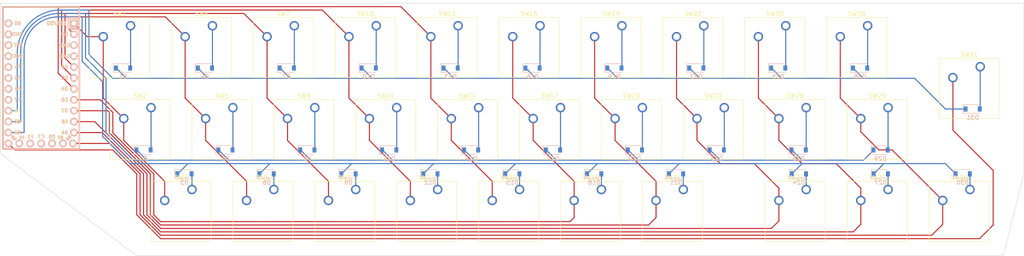
<source format=kicad_pcb>
(kicad_pcb (version 20211014) (generator pcbnew)
  (layers (0 "F.Cu" signal) (31 "B.Cu" signal) (34 "B.Paste" user) (35 "F.Paste" user) (36 "B.SilkS" user "B.Silkscreen") (37 "F.SilkS" user "F.Silkscreen") (38 "B.Mask" user) (39 "F.Mask" user) (44 "Edge.Cuts" user))
  (net 0 "")
  (net 1 "R2")
  (net 2 "Net-(D1-Pad2)")
  (net 3 "R1")
  (net 4 "Net-(D2-Pad2)")
  (net 5 "R0")
  (net 6 "Net-(D3-Pad2)")
  (net 7 "Net-(D4-Pad2)")
  (net 8 "Net-(D5-Pad2)")
  (net 9 "Net-(D6-Pad2)")
  (net 10 "Net-(D7-Pad2)")
  (net 11 "Net-(D8-Pad2)")
  (net 12 "Net-(D9-Pad2)")
  (net 13 "Net-(D10-Pad2)")
  (net 14 "Net-(D11-Pad2)")
  (net 15 "Net-(D12-Pad2)")
  (net 16 "Net-(D13-Pad2)")
  (net 17 "Net-(D14-Pad2)")
  (net 18 "Net-(D15-Pad2)")
  (net 19 "Net-(D16-Pad2)")
  (net 20 "Net-(D17-Pad2)")
  (net 21 "Net-(D18-Pad2)")
  (net 22 "Net-(D19-Pad2)")
  (net 23 "Net-(D20-Pad2)")
  (net 24 "Net-(D21-Pad2)")
  (net 25 "Net-(D22-Pad2)")
  (net 26 "Net-(D23-Pad2)")
  (net 27 "Net-(D24-Pad2)")
  (net 28 "Net-(D25-Pad2)")
  (net 29 "Net-(D26-Pad2)")
  (net 30 "Net-(D27-Pad2)")
  (net 31 "Net-(D28-Pad2)")
  (net 32 "Net-(D29-Pad2)")
  (net 33 "Net-(D30-Pad2)")
  (net 34 "Net-(D31-Pad2)")
  (net 35 "C0")
  (net 36 "C1")
  (net 37 "C2")
  (net 38 "C3")
  (net 39 "C4")
  (net 40 "C5")
  (net 41 "C6")
  (net 42 "C7")
  (net 43 "C8")
  (net 44 "C9")
  (net 45 "C10")
  (footprint "Button_Switch_Keyboard:SW_Cherry_MX_1.00u_PCB" (layer "F.Cu") (at 226.3775 64.77)
    (fp_text reference "SW27")
    (fp_text value "SW_Push")
  )
  (footprint "Button_Switch_Keyboard:SW_Cherry_MX_1.00u_PCB" (layer "F.Cu") (at 54.9275 45.72)
    (fp_text reference "SW2")
    (fp_text value "SW_Push")
  )
  (footprint "Button_Switch_Keyboard:SW_Cherry_MX_1.00u_PCB" (layer "F.Cu") (at 159.7025 64.77)
    (fp_text reference "SW18")
    (fp_text value "SW_Push")
  )
  (footprint "Button_Switch_Keyboard:SW_Cherry_MX_1.00u_PCB" (layer "F.Cu") (at 73.9775 45.72)
    (fp_text reference "SW5")
    (fp_text value "SW_Push")
  )
  (footprint "Button_Switch_Keyboard:SW_Cherry_MX_1.00u_PCB" (layer "F.Cu") (at 202.565 26.67)
    (fp_text reference "SW25")
    (fp_text value "SW_Push")
  )
  (footprint "Button_Switch_Keyboard:SW_Cherry_MX_1.00u_PCB" (layer "F.Cu") (at 131.1275 45.72)
    (fp_text reference "SW14")
    (fp_text value "SW_Push")
  )
  (footprint "Button_Switch_Keyboard:SW_Cherry_MX_1.00u_PCB" (layer "F.Cu") (at 88.265 26.67)
    (fp_text reference "SW7")
    (fp_text value "SW_Push")
  )
  (footprint "Button_Switch_Keyboard:SW_Cherry_MX_1.00u_PCB" (layer "F.Cu") (at 64.4525 64.77)
    (fp_text reference "SW3")
    (fp_text value "SW_Push")
  )
  (footprint "Button_Switch_Keyboard:SW_Cherry_MX_1.00u_PCB" (layer "F.Cu") (at 140.6525 64.77)
    (fp_text reference "SW15")
    (fp_text value "SW_Push")
  )
  (footprint "Button_Switch_Keyboard:SW_Cherry_MX_1.00u_PCB" (layer "F.Cu") (at 183.515 26.67)
    (fp_text reference "SW22")
    (fp_text value "SW_Push")
  )
  (footprint "Button_Switch_Keyboard:SW_Cherry_MX_1.00u_PCB" (layer "F.Cu") (at 207.3275 64.77)
    (fp_text reference "SW24")
    (fp_text value "SW_Push")
  )
  (footprint "Button_Switch_Keyboard:SW_Cherry_MX_1.00u_PCB" (layer "F.Cu") (at 178.7525 64.77)
    (fp_text reference "SW21")
    (fp_text value "SW_Push")
  )
  (footprint "Button_Switch_Keyboard:SW_Cherry_MX_1.00u_PCB" (layer "F.Cu") (at 102.5525 64.77)
    (fp_text reference "SW9")
    (fp_text value "SW_Push")
  )
  (footprint "Button_Switch_Keyboard:SW_Cherry_MX_1.00u_PCB" (layer "F.Cu") (at 50.165 26.67)
    (fp_text reference "SW1")
    (fp_text value "SW_Push")
  )
  (footprint "Button_Switch_Keyboard:SW_Cherry_MX_1.00u_PCB" (layer "F.Cu") (at 221.615 26.67)
    (fp_text reference "SW28")
    (fp_text value "SW_Push")
  )
  (footprint "Button_Switch_Keyboard:SW_Cherry_MX_1.00u_PCB" (layer "F.Cu") (at 245.4275 64.77)
    (fp_text reference "SW30")
    (fp_text value "SW_Push")
  )
  (footprint "Button_Switch_Keyboard:SW_Cherry_MX_1.00u_PCB" (layer "F.Cu") (at 83.5025 64.77)
    (fp_text reference "SW6")
    (fp_text value "SW_Push")
  )
  (footprint "Button_Switch_Keyboard:SW_Cherry_MX_1.00u_PCB" (layer "F.Cu") (at 164.465 26.67)
    (fp_text reference "SW19")
    (fp_text value "SW_Push")
  )
  (footprint "Button_Switch_Keyboard:SW_Cherry_MX_1.00u_PCB" (layer "F.Cu") (at 93.0275 45.72)
    (fp_text reference "SW8")
    (fp_text value "SW_Push")
  )
  (footprint "Button_Switch_Keyboard:SW_Cherry_MX_1.00u_PCB" (layer "F.Cu") (at 188.2775 45.72)
    (fp_text reference "SW23")
    (fp_text value "SW_Push")
  )
  (footprint "Button_Switch_Keyboard:SW_Cherry_MX_1.00u_PCB" (layer "F.Cu") (at 145.415 26.67)
    (fp_text reference "SW16")
    (fp_text value "SW_Push")
  )
  (footprint "Button_Switch_Keyboard:SW_Cherry_MX_1.00u_PCB" (layer "F.Cu") (at 169.2275 45.72)
    (fp_text reference "SW20")
    (fp_text value "SW_Push")
  )
  (footprint "Button_Switch_Keyboard:SW_Cherry_MX_1.00u_PCB" (layer "F.Cu") (at 207.3275 45.72)
    (fp_text reference "SW26")
    (fp_text value "SW_Push")
  )
  (footprint "Button_Switch_Keyboard:SW_Cherry_MX_1.00u_PCB" (layer "F.Cu") (at 126.365 26.67)
    (fp_text reference "SW13")
    (fp_text value "SW_Push")
  )
  (footprint "Button_Switch_Keyboard:SW_Cherry_MX_1.00u_PCB" (layer "F.Cu") (at 226.3775 45.72)
    (fp_text reference "SW29")
    (fp_text value "SW_Push")
  )
  (footprint "Button_Switch_Keyboard:SW_Cherry_MX_ISOEnter_PCB" (layer "F.Cu") (at 247.80875 36.195)
    (fp_text reference "SW31")
    (fp_text value "SW_Push")
  )
  (footprint "Button_Switch_Keyboard:SW_Cherry_MX_1.00u_PCB" (layer "F.Cu") (at 112.0775 45.72)
    (fp_text reference "SW11")
    (fp_text value "SW_Push")
  )
  (footprint "Button_Switch_Keyboard:SW_Cherry_MX_1.00u_PCB" (layer "F.Cu") (at 69.215 26.67)
    (fp_text reference "SW4")
    (fp_text value "SW_Push")
  )
  (footprint "Button_Switch_Keyboard:SW_Cherry_MX_1.00u_PCB" (layer "F.Cu") (at 107.315 26.67)
    (fp_text reference "SW10")
    (fp_text value "SW_Push")
  )
  (footprint "Button_Switch_Keyboard:SW_Cherry_MX_1.00u_PCB" (layer "F.Cu") (at 121.6025 64.77)
    (fp_text reference "SW12")
    (fp_text value "SW_Push")
  )
  (footprint "Button_Switch_Keyboard:SW_Cherry_MX_1.00u_PCB" (layer "F.Cu") (at 150.1775 45.72)
    (fp_text reference "SW17")
    (fp_text value "SW_Push")
  )
  (footprint "Diode_SMD:D_SOD-123" (layer "B.Cu") (at 67.46875 36.5125)
    (fp_text reference "D4")
    (fp_text value "D_Small")
  )
  (footprint "Diode_SMD:D_SOD-123" (layer "B.Cu") (at 219.86875 36.5125)
    (fp_text reference "D28")
    (fp_text value "D_Small")
  )
  (footprint "Diode_SMD:D_SOD-123" (layer "B.Cu") (at 105.56875 36.5125)
    (fp_text reference "D10")
    (fp_text value "D_Small")
  )
  (footprint "Diode_SMD:D_SOD-123" (layer "B.Cu") (at 138.96875 61.11875)
    (fp_text reference "D15")
    (fp_text value "D_Small")
  )
  (footprint "Diode_SMD:D_SOD-123" (layer "B.Cu") (at 181.76875 36.5125)
    (fp_text reference "D22")
    (fp_text value "D_Small")
  )
  (footprint "Diode_SMD:D_SOD-123" (layer "B.Cu") (at 110.33125 55.5625)
    (fp_text reference "D11")
    (fp_text value "D_Small")
  )
  (footprint "Diode_SMD:D_SOD-123" (layer "B.Cu") (at 124.61875 36.5125)
    (fp_text reference "D13")
    (fp_text value "D_Small")
  )
  (footprint "Diode_SMD:D_SOD-123" (layer "B.Cu") (at 205.64375 61.11875)
    (fp_text reference "D24")
    (fp_text value "D_Small")
  )
  (footprint "Diode_SMD:D_SOD-123" (layer "B.Cu") (at 200.81875 36.5125)
    (fp_text reference "D25")
    (fp_text value "D_Small")
  )
  (footprint "Keebio-Parts:Elite-C" (layer "B.Cu") (at 29.36875 40.08675 -90)
    (fp_text reference "U1" hide)
    (fp_text value "Elite-C" hide)
  )
  (footprint "Diode_SMD:D_SOD-123" (layer "B.Cu") (at 48.41875 36.5125)
    (fp_text reference "D1")
    (fp_text value "D_Small")
  )
  (footprint "Diode_SMD:D_SOD-123" (layer "B.Cu") (at 62.70625 61.11875)
    (fp_text reference "D3")
    (fp_text value "D_Small")
  )
  (footprint "Diode_SMD:D_SOD-123" (layer "B.Cu") (at 81.81875 61.11875)
    (fp_text reference "D6")
    (fp_text value "D_Small")
  )
  (footprint "Diode_SMD:D_SOD-123" (layer "B.Cu") (at 186.53125 55.5625)
    (fp_text reference "D23")
    (fp_text value "D_Small")
  )
  (footprint "Diode_SMD:D_SOD-123" (layer "B.Cu") (at 162.71875 36.5125)
    (fp_text reference "D19")
    (fp_text value "D_Small")
  )
  (footprint "Diode_SMD:D_SOD-123" (layer "B.Cu") (at 205.58125 55.5625)
    (fp_text reference "D26")
    (fp_text value "D_Small")
  )
  (footprint "Diode_SMD:D_SOD-123" (layer "B.Cu") (at 86.51875 36.5125)
    (fp_text reference "D7")
    (fp_text value "D_Small")
  )
  (footprint "Diode_SMD:D_SOD-123" (layer "B.Cu") (at 224.63125 55.5625)
    (fp_text reference "D29")
    (fp_text value "D_Small")
  )
  (footprint "Diode_SMD:D_SOD-123" (layer "B.Cu") (at 158.01875 61.11875)
    (fp_text reference "D18")
    (fp_text value "D_Small")
  )
  (footprint "Diode_SMD:D_SOD-123" (layer "B.Cu") (at 177.06875 61.11875)
    (fp_text reference "D21")
    (fp_text value "D_Small")
  )
  (footprint "Diode_SMD:D_SOD-123" (layer "B.Cu") (at 100.86875 61.11875)
    (fp_text reference "D9")
    (fp_text value "D_Small")
  )
  (footprint "Diode_SMD:D_SOD-123" (layer "B.Cu") (at 243.74375 61.11875)
    (fp_text reference "D30")
    (fp_text value "D_Small")
  )
  (footprint "Diode_SMD:D_SOD-123" (layer "B.Cu") (at 119.91875 61.11875)
    (fp_text reference "D12")
    (fp_text value "D_Small")
  )
  (footprint "Diode_SMD:D_SOD-123" (layer "B.Cu") (at 148.43125 55.5625)
    (fp_text reference "D17")
    (fp_text value "D_Small")
  )
  (footprint "Diode_SMD:D_SOD-123" (layer "B.Cu") (at 53.18125 55.5625)
    (fp_text reference "D2")
    (fp_text value "D_Small")
  )
  (footprint "Diode_SMD:D_SOD-123" (layer "B.Cu") (at 91.28125 55.5625)
    (fp_text reference "D8")
    (fp_text value "D_Small")
  )
  (footprint "Diode_SMD:D_SOD-123" (layer "B.Cu") (at 246.0625 46.0375)
    (fp_text reference "D31")
    (fp_text value "D_Small")
  )
  (footprint "Diode_SMD:D_SOD-123" (layer "B.Cu") (at 167.48125 55.5625)
    (fp_text reference "D20")
    (fp_text value "D_Small")
  )
  (footprint "Diode_SMD:D_SOD-123" (layer "B.Cu") (at 224.69375 61.11875)
    (fp_text reference "D27")
    (fp_text value "D_Small")
  )
  (footprint "Diode_SMD:D_SOD-123" (layer "B.Cu") (at 143.66875 36.5125)
    (fp_text reference "D16")
    (fp_text value "D_Small")
  )
  (footprint "Diode_SMD:D_SOD-123" (layer "B.Cu") (at 129.38125 55.5625)
    (fp_text reference "D14")
    (fp_text value "D_Small")
  )
  (footprint "Diode_SMD:D_SOD-123" (layer "B.Cu") (at 72.23125 55.5625)
    (fp_text reference "D5")
    (fp_text value "D_Small")
  )
  (gr_line (start 19.84375 56.35625) (end 51.59375 80.16875) (layer "Edge.Cuts") (width 0.1))
  (gr_line (start 51.59375 80.16875) (end 253.20625 80.16875) (layer "Edge.Cuts") (width 0.1))
  (gr_line (start 257.96875 21.43125) (end 19.84375 21.43125) (layer "Edge.Cuts") (width 0.1))
  (gr_line (start 257.96875 61.11875) (end 257.96875 21.43125) (layer "Edge.Cuts") (width 0.1))
  (gr_line (start 257.96875 61.11875) (end 253.20625 80.16875) (layer "Edge.Cuts") (width 0.1))
  (gr_line (start 19.84375 21.43125) (end 19.84375 56.35625) (layer "Edge.Cuts") (width 0.1))
  (segment (start 43.65625 52.3875) (end 43.65625 51.59375) (width 0.25) (layer "B.Cu") (net 1))
  (segment (start 43.65625 51.59375) (end 43.65625 39.6875) (width 0.25) (layer "B.Cu") (net 1))
  (segment (start 63.5 58.7375) (end 50.00625 58.7375) (width 0.25) (layer "B.Cu") (net 1))
  (segment (start 223.04375 61.11875) (end 225.425 58.7375) (width 0.25) (layer "B.Cu") (net 1))
  (segment (start 239.7125 58.7375) (end 242.09375 61.11875) (width 0.25) (layer "B.Cu") (net 1))
  (segment (start 21.74875 51.51675) (end 25.4 51.51675) (width 0.25) (layer "B.Cu") (net 1))
  (segment (start 43.65625 39.6875) (end 38.89375 34.925) (width 0.25) (layer "B.Cu") (net 1))
  (segment (start 156.36875 61.11875) (end 158.75 58.7375) (width 0.25) (layer "B.Cu") (net 1))
  (segment (start 50.00625 58.7375) (end 43.65625 52.3875) (width 0.25) (layer "B.Cu") (net 1))
  (segment (start 203.99375 61.11875) (end 206.375 58.7375) (width 0.25) (layer "B.Cu") (net 1))
  (segment (start 137.31875 61.11875) (end 139.7 58.7375) (width 0.25) (layer "B.Cu") (net 1))
  (segment (start 38.89375 24.60625) (end 33.4 24.60625) (width 0.25) (layer "B.Cu") (net 1))
  (segment (start 101.6 58.7375) (end 120.65 58.7375) (width 0.25) (layer "B.Cu") (net 1))
  (segment (start 25.4 51.51675) (end 25.4 32.54375) (width 0.25) (layer "B.Cu") (net 1))
  (segment (start 61.05625 61.11875) (end 61.11875 61.11875) (width 0.25) (layer "B.Cu") (net 1))
  (segment (start 61.11875 61.11875) (end 63.5 58.7375) (width 0.25) (layer "B.Cu") (net 1))
  (segment (start 158.75 58.7375) (end 177.8 58.7375) (width 0.25) (layer "B.Cu") (net 1))
  (segment (start 225.425 58.7375) (end 239.7125 58.7375) (width 0.25) (layer "B.Cu") (net 1))
  (segment (start 38.89375 34.925) (end 38.89375 24.60625) (width 0.25) (layer "B.Cu") (net 1))
  (segment (start 120.65 58.7375) (end 158.75 58.7375) (width 0.25) (layer "B.Cu") (net 1))
  (segment (start 175.41875 61.11875) (end 177.8 58.7375) (width 0.25) (layer "B.Cu") (net 1))
  (segment (start 80.16875 61.11875) (end 82.55 58.7375) (width 0.25) (layer "B.Cu") (net 1))
  (segment (start 63.5 58.7375) (end 101.6 58.7375) (width 0.25) (layer "B.Cu") (net 1))
  (segment (start 118.26875 61.11875) (end 120.65 58.7375) (width 0.25) (layer "B.Cu") (net 1))
  (segment (start 99.21875 61.11875) (end 101.6 58.7375) (width 0.25) (layer "B.Cu") (net 1))
  (segment (start 206.375 58.7375) (end 225.425 58.7375) (width 0.25) (layer "B.Cu") (net 1))
  (segment (start 177.8 58.7375) (end 206.375 58.7375) (width 0.25) (layer "B.Cu") (net 1))
  (arc (start 33.4 24.60625) (mid 27.743146 26.949396) (end 25.4 32.60625) (width 0.25) (layer "B.Cu") (net 1))
  (segment (start 50.165 36.41625) (end 50.06875 36.5125) (width 0.25) (layer "B.Cu") (net 2))
  (segment (start 50.165 26.67) (end 50.165 36.41625) (width 0.25) (layer "B.Cu") (net 2))
  (segment (start 44.45 51.59375) (end 44.45 38.89375) (width 0.25) (layer "B.Cu") (net 3))
  (segment (start 44.45 38.89375) (end 39.6875 34.13125) (width 0.25) (layer "B.Cu") (net 3))
  (segment (start 24.60625 48.97675) (end 24.60625 32.8125) (width 0.25) (layer "B.Cu") (net 3))
  (segment (start 187.325 57.94375) (end 206.375 57.94375) (width 0.25) (layer "B.Cu") (net 3))
  (segment (start 165.89375 55.5625) (end 168.275 57.94375) (width 0.25) (layer "B.Cu") (net 3))
  (segment (start 130.175 57.94375) (end 149.225 57.94375) (width 0.25) (layer "B.Cu") (net 3))
  (segment (start 73.025 57.94375) (end 92.075 57.94375) (width 0.25) (layer "B.Cu") (net 3))
  (segment (start 146.84375 55.5625) (end 149.225 57.94375) (width 0.25) (layer "B.Cu") (net 3))
  (segment (start 108.74375 55.5625) (end 111.125 57.94375) (width 0.25) (layer "B.Cu") (net 3))
  (segment (start 21.74875 48.97675) (end 24.60625 48.97675) (width 0.25) (layer "B.Cu") (net 3))
  (segment (start 203.93125 55.5625) (end 203.99375 55.5625) (width 0.25) (layer "B.Cu") (net 3))
  (segment (start 184.88125 55.5625) (end 184.94375 55.5625) (width 0.25) (layer "B.Cu") (net 3))
  (segment (start 53.975 57.94375) (end 73.025 57.94375) (width 0.25) (layer "B.Cu") (net 3))
  (segment (start 51.59375 55.5625) (end 53.975 57.94375) (width 0.25) (layer "B.Cu") (net 3))
  (segment (start 50.8 57.94375) (end 53.975 57.94375) (width 0.25) (layer "B.Cu") (net 3))
  (segment (start 220.6625 57.94375) (end 222.98125 55.625) (width 0.25) (layer "B.Cu") (net 3))
  (segment (start 51.53125 55.5625) (end 51.59375 55.5625) (width 0.25) (layer "B.Cu") (net 3))
  (segment (start 89.63125 55.5625) (end 89.69375 55.5625) (width 0.25) (layer "B.Cu") (net 3))
  (segment (start 33.60625 23.8125) (end 39.6875 23.8125) (width 0.25) (layer "B.Cu") (net 3))
  (segment (start 92.075 57.94375) (end 111.125 57.94375) (width 0.25) (layer "B.Cu") (net 3))
  (segment (start 45.24375 52.3875) (end 44.45 51.59375) (width 0.25) (layer "B.Cu") (net 3))
  (segment (start 222.98125 55.625) (end 222.98125 55.5625) (width 0.25) (layer "B.Cu") (net 3))
  (segment (start 45.24375 52.3875) (end 50.8 57.94375) (width 0.25) (layer "B.Cu") (net 3))
  (segment (start 70.64375 55.5625) (end 73.025 57.94375) (width 0.25) (layer "B.Cu") (net 3))
  (segment (start 89.69375 55.5625) (end 92.075 57.94375) (width 0.25) (layer "B.Cu") (net 3))
  (segment (start 165.83125 55.5625) (end 165.89375 55.5625) (width 0.25) (layer "B.Cu") (net 3))
  (segment (start 127.79375 55.5625) (end 130.175 57.94375) (width 0.25) (layer "B.Cu") (net 3))
  (segment (start 70.58125 55.5625) (end 70.64375 55.5625) (width 0.25) (layer "B.Cu") (net 3))
  (segment (start 39.6875 23.8125) (end 39.6875 34.13125) (width 0.25) (layer "B.Cu") (net 3))
  (segment (start 168.275 57.94375) (end 187.325 57.94375) (width 0.25) (layer "B.Cu") (net 3))
  (segment (start 111.125 57.94375) (end 130.175 57.94375) (width 0.25) (layer "B.Cu") (net 3))
  (segment (start 184.94375 55.5625) (end 187.325 57.94375) (width 0.25) (layer "B.Cu") (net 3))
  (segment (start 127.73125 55.5625) (end 127.79375 55.5625) (width 0.25) (layer "B.Cu") (net 3))
  (segment (start 149.225 57.94375) (end 168.275 57.94375) (width 0.25) (layer "B.Cu") (net 3))
  (segment (start 146.78125 55.5625) (end 146.84375 55.5625) (width 0.25) (layer "B.Cu") (net 3))
  (segment (start 206.375 57.94375) (end 220.6625 57.94375) (width 0.25) (layer "B.Cu") (net 3))
  (segment (start 203.99375 55.5625) (end 206.375 57.94375) (width 0.25) (layer "B.Cu") (net 3))
  (segment (start 108.68125 55.5625) (end 108.74375 55.5625) (width 0.25) (layer "B.Cu") (net 3))
  (arc (start 24.60625 32.8125) (mid 27.242289 26.448539) (end 33.60625 23.8125) (width 0.25) (layer "B.Cu") (net 3))
  (segment (start 54.9275 55.46625) (end 54.83125 55.5625) (width 0.25) (layer "B.Cu") (net 4))
  (segment (start 54.9275 45.72) (end 54.9275 55.46625) (width 0.25) (layer "B.Cu") (net 4))
  (segment (start 87.3125 38.89375) (end 106.3625 38.89375) (width 0.25) (layer "B.Cu") (net 5))
  (segment (start 103.91875 36.5125) (end 103.98125 36.5125) (width 0.25) (layer "B.Cu") (net 5))
  (segment (start 68.2625 38.89375) (end 87.3125 38.89375) (width 0.25) (layer "B.Cu") (net 5))
  (segment (start 142.08125 36.5125) (end 144.4625 38.89375) (width 0.25) (layer "B.Cu") (net 5))
  (segment (start 46.0375 38.89375) (end 40.48125 33.3375) (width 0.25) (layer "B.Cu") (net 5))
  (segment (start 161.13125 36.5125) (end 163.5125 38.89375) (width 0.25) (layer "B.Cu") (net 5))
  (segment (start 220.6625 38.89375) (end 232.56875 38.89375) (width 0.25) (layer "B.Cu") (net 5))
  (segment (start 46.76875 36.5125) (end 46.83125 36.5125) (width 0.25) (layer "B.Cu") (net 5))
  (segment (start 199.23125 36.5125) (end 201.6125 38.89375) (width 0.25) (layer "B.Cu") (net 5))
  (segment (start 84.93125 36.5125) (end 87.3125 38.89375) (width 0.25) (layer "B.Cu") (net 5))
  (segment (start 40.48125 33.3375) (end 40.48125 23.01875) (width 0.25) (layer "B.Cu") (net 5))
  (segment (start 106.3625 38.89375) (end 201.6125 38.89375) (width 0.25) (layer "B.Cu") (net 5))
  (segment (start 65.81875 36.5125) (end 68.2 38.89375) (width 0.25) (layer "B.Cu") (net 5))
  (segment (start 23.8125 33.01875) (end 23.8125 46.43675) (width 0.25) (layer "B.Cu") (net 5))
  (segment (start 232.56875 38.89375) (end 239.7125 46.0375) (width 0.25) (layer "B.Cu") (net 5))
  (segment (start 142.01875 36.5125) (end 142.08125 36.5125) (width 0.25) (layer "B.Cu") (net 5))
  (segment (start 103.98125 36.5125) (end 106.3625 38.89375) (width 0.25) (layer "B.Cu") (net 5))
  (segment (start 180.18125 36.5125) (end 182.5625 38.89375) (width 0.25) (layer "B.Cu") (net 5))
  (segment (start 49.2125 38.89375) (end 68.2625 38.89375) (width 0.25) (layer "B.Cu") (net 5))
  (segment (start 84.86875 36.5125) (end 84.93125 36.5125) (width 0.25) (layer "B.Cu") (net 5))
  (segment (start 220.6 38.89375) (end 220.6625 38.89375) (width 0.25) (layer "B.Cu") (net 5))
  (segment (start 123.03125 36.5125) (end 125.4125 38.89375) (width 0.25) (layer "B.Cu") (net 5))
  (segment (start 180.11875 36.5125) (end 180.18125 36.5125) (width 0.25) (layer "B.Cu") (net 5))
  (segment (start 49.2125 38.89375) (end 46.0375 38.89375) (width 0.25) (layer "B.Cu") (net 5))
  (segment (start 199.16875 36.5125) (end 199.23125 36.5125) (width 0.25) (layer "B.Cu") (net 5))
  (segment (start 40.48125 23.01875) (end 33.8125 23.01875) (width 0.25) (layer "B.Cu") (net 5))
  (segment (start 68.2 38.89375) (end 68.2625 38.89375) (width 0.25) (layer "B.Cu") (net 5))
  (segment (start 122.96875 36.5125) (end 123.03125 36.5125) (width 0.25) (layer "B.Cu") (net 5))
  (segment (start 161.06875 36.5125) (end 161.13125 36.5125) (width 0.25) (layer "B.Cu") (net 5))
  (segment (start 23.8125 46.43675) (end 21.74875 46.43675) (width 0.25) (layer "B.Cu") (net 5))
  (segment (start 201.6125 38.89375) (end 220.6625 38.89375) (width 0.25) (layer "B.Cu") (net 5))
  (segment (start 46.83125 36.5125) (end 49.2125 38.89375) (width 0.25) (layer "B.Cu") (net 5))
  (segment (start 218.21875 36.5125) (end 220.6 38.89375) (width 0.25) (layer "B.Cu") (net 5))
  (segment (start 239.7125 46.0375) (end 244.4125 46.0375) (width 0.25) (layer "B.Cu") (net 5))
  (arc (start 33.8125 23.01875) (mid 26.741432 25.947682) (end 23.8125 33.01875) (width 0.25) (layer "B.Cu") (net 5))
  (segment (start 64.4525 64.77) (end 64.4525 61.215) (width 0.25) (layer "B.Cu") (net 6))
  (segment (start 64.4525 61.215) (end 64.35625 61.11875) (width 0.25) (layer "B.Cu") (net 6))
  (segment (start 69.215 36.41625) (end 69.11875 36.5125) (width 0.25) (layer "B.Cu") (net 7))
  (segment (start 69.215 26.67) (end 69.215 36.41625) (width 0.25) (layer "B.Cu") (net 7))
  (segment (start 73.9775 55.46625) (end 73.88125 55.5625) (width 0.25) (layer "B.Cu") (net 8))
  (segment (start 73.9775 45.72) (end 73.9775 55.46625) (width 0.25) (layer "B.Cu") (net 8))
  (segment (start 83.5025 64.77) (end 83.5025 61.1525) (width 0.25) (layer "B.Cu") (net 9))
  (segment (start 83.5025 61.1525) (end 83.46875 61.11875) (width 0.25) (layer "B.Cu") (net 9))
  (segment (start 88.265 26.67) (end 88.265 36.41625) (width 0.25) (layer "B.Cu") (net 10))
  (segment (start 88.265 36.41625) (end 88.16875 36.5125) (width 0.25) (layer "B.Cu") (net 10))
  (segment (start 93.0275 55.46625) (end 92.93125 55.5625) (width 0.25) (layer "B.Cu") (net 11))
  (segment (start 93.0275 45.72) (end 93.0275 55.46625) (width 0.25) (layer "B.Cu") (net 11))
  (segment (start 102.5525 64.77) (end 102.5525 61.1525) (width 0.25) (layer "B.Cu") (net 12))
  (segment (start 102.5525 61.1525) (end 102.51875 61.11875) (width 0.25) (layer "B.Cu") (net 12))
  (segment (start 107.315 36.41625) (end 107.21875 36.5125) (width 0.25) (layer "B.Cu") (net 13))
  (segment (start 107.315 26.67) (end 107.315 36.41625) (width 0.25) (layer "B.Cu") (net 13))
  (segment (start 112.0775 45.72) (end 112.0775 55.46625) (width 0.25) (layer "B.Cu") (net 14))
  (segment (start 112.0775 55.46625) (end 111.98125 55.5625) (width 0.25) (layer "B.Cu") (net 14))
  (segment (start 121.6025 61.1525) (end 121.56875 61.11875) (width 0.25) (layer "B.Cu") (net 15))
  (segment (start 121.6025 64.77) (end 121.6025 61.1525) (width 0.25) (layer "B.Cu") (net 15))
  (segment (start 126.365 36.41625) (end 126.26875 36.5125) (width 0.25) (layer "B.Cu") (net 16))
  (segment (start 126.365 26.67) (end 126.365 36.41625) (width 0.25) (layer "B.Cu") (net 16))
  (segment (start 131.1275 45.72) (end 131.1275 55.46625) (width 0.25) (layer "B.Cu") (net 17))
  (segment (start 131.1275 55.46625) (end 131.03125 55.5625) (width 0.25) (layer "B.Cu") (net 17))
  (segment (start 140.6525 61.1525) (end 140.61875 61.11875) (width 0.25) (layer "B.Cu") (net 18))
  (segment (start 140.6525 64.77) (end 140.6525 61.1525) (width 0.25) (layer "B.Cu") (net 18))
  (segment (start 145.415 26.67) (end 145.415 36.41625) (width 0.25) (layer "B.Cu") (net 19))
  (segment (start 145.415 36.41625) (end 145.31875 36.5125) (width 0.25) (layer "B.Cu") (net 19))
  (segment (start 150.1775 45.72) (end 150.1775 55.46625) (width 0.25) (layer "B.Cu") (net 20))
  (segment (start 150.1775 55.46625) (end 150.08125 55.5625) (width 0.25) (layer "B.Cu") (net 20))
  (segment (start 159.7025 61.1525) (end 159.66875 61.11875) (width 0.25) (layer "B.Cu") (net 21))
  (segment (start 159.7025 64.77) (end 159.7025 61.1525) (width 0.25) (layer "B.Cu") (net 21))
  (segment (start 164.465 26.67) (end 164.465 36.41625) (width 0.25) (layer "B.Cu") (net 22))
  (segment (start 164.465 36.41625) (end 164.36875 36.5125) (width 0.25) (layer "B.Cu") (net 22))
  (segment (start 169.2275 55.46625) (end 169.13125 55.5625) (width 0.25) (layer "B.Cu") (net 23))
  (segment (start 169.2275 45.72) (end 169.2275 55.46625) (width 0.25) (layer "B.Cu") (net 23))
  (segment (start 178.7525 64.77) (end 178.7525 61.1525) (width 0.25) (layer "B.Cu") (net 24))
  (segment (start 178.7525 61.1525) (end 178.71875 61.11875) (width 0.25) (layer "B.Cu") (net 24))
  (segment (start 183.515 36.41625) (end 183.41875 36.5125) (width 0.25) (layer "B.Cu") (net 25))
  (segment (start 183.515 26.67) (end 183.515 36.41625) (width 0.25) (layer "B.Cu") (net 25))
  (segment (start 188.2775 45.72) (end 188.2775 55.46625) (width 0.25) (layer "B.Cu") (net 26))
  (segment (start 188.2775 55.46625) (end 188.18125 55.5625) (width 0.25) (layer "B.Cu") (net 26))
  (segment (start 207.3275 61.1525) (end 207.29375 61.11875) (width 0.25) (layer "B.Cu") (net 27))
  (segment (start 207.3275 64.77) (end 207.3275 61.1525) (width 0.25) (layer "B.Cu") (net 27))
  (segment (start 202.565 36.41625) (end 202.46875 36.5125) (width 0.25) (layer "B.Cu") (net 28))
  (segment (start 202.565 26.67) (end 202.565 36.41625) (width 0.25) (layer "B.Cu") (net 28))
  (segment (start 207.3275 45.72) (end 207.3275 55.46625) (width 0.25) (layer "B.Cu") (net 29))
  (segment (start 207.3275 55.46625) (end 207.23125 55.5625) (width 0.25) (layer "B.Cu") (net 29))
  (segment (start 226.3775 61.1525) (end 226.34375 61.11875) (width 0.25) (layer "B.Cu") (net 30))
  (segment (start 226.3775 64.77) (end 226.3775 61.1525) (width 0.25) (layer "B.Cu") (net 30))
  (segment (start 221.615 36.41625) (end 221.51875 36.5125) (width 0.25) (layer "B.Cu") (net 31))
  (segment (start 221.615 26.67) (end 221.615 36.41625) (width 0.25) (layer "B.Cu") (net 31))
  (segment (start 226.3775 55.46625) (end 226.28125 55.5625) (width 0.25) (layer "B.Cu") (net 32))
  (segment (start 226.3775 45.72) (end 226.3775 55.46625) (width 0.25) (layer "B.Cu") (net 32))
  (segment (start 245.4275 61.1525) (end 245.39375 61.11875) (width 0.25) (layer "B.Cu") (net 33))
  (segment (start 245.4275 64.77) (end 245.4275 61.1525) (width 0.25) (layer "B.Cu") (net 33))
  (segment (start 247.80875 36.195) (end 247.80875 45.94125) (width 0.25) (layer "B.Cu") (net 34))
  (segment (start 247.80875 45.94125) (end 247.7125 46.0375) (width 0.25) (layer "B.Cu") (net 34))
  (segment (start 58.1025 62.865) (end 58.1025 67.31) (width 0.25) (layer "F.Cu") (net 35))
  (segment (start 43.815 29.21) (end 43.815 43.4975) (width 0.25) (layer "F.Cu") (net 35))
  (segment (start 48.5775 53.34) (end 58.1025 62.865) (width 0.25) (layer "F.Cu") (net 35))
  (segment (start 48.5775 48.26) (end 48.5775 53.34) (width 0.25) (layer "F.Cu") (net 35))
  (segment (start 43.815 29.21) (end 40.082 29.21) (width 0.25) (layer "F.Cu") (net 35))
  (segment (start 43.815 43.4975) (end 48.5775 48.26) (width 0.25) (layer "F.Cu") (net 35))
  (segment (start 40.082 29.21) (end 36.98875 26.11675) (width 0.25) (layer "F.Cu") (net 35))
  (segment (start 77.1525 62.865) (end 77.1525 67.31) (width 0.25) (layer "F.Cu") (net 36))
  (segment (start 62.865 29.21) (end 62.865 43.4975) (width 0.25) (layer "F.Cu") (net 36))
  (segment (start 35.71875 27.38675) (end 36.98875 28.65675) (width 0.25) (layer "F.Cu") (net 36))
  (segment (start 35.71875 24.60625) (end 35.71875 27.38675) (width 0.25) (layer "F.Cu") (net 36))
  (segment (start 67.6275 53.34) (end 77.1525 62.865) (width 0.25) (layer "F.Cu") (net 36))
  (segment (start 62.865 43.4975) (end 67.6275 48.26) (width 0.25) (layer "F.Cu") (net 36))
  (segment (start 67.6275 48.26) (end 67.6275 53.34) (width 0.25) (layer "F.Cu") (net 36))
  (segment (start 58.26125 24.60625) (end 35.71875 24.60625) (width 0.25) (layer "F.Cu") (net 36))
  (segment (start 62.865 29.21) (end 58.26125 24.60625) (width 0.25) (layer "F.Cu") (net 36))
  (segment (start 34.925 23.8125) (end 34.925 34.213) (width 0.25) (layer "F.Cu") (net 37))
  (segment (start 81.915 29.21) (end 76.5175 23.8125) (width 0.25) (layer "F.Cu") (net 37))
  (segment (start 34.925 34.213) (end 36.98875 36.27675) (width 0.25) (layer "F.Cu") (net 37))
  (segment (start 96.2025 62.865) (end 96.2025 67.31) (width 0.25) (layer "F.Cu") (net 37))
  (segment (start 81.915 43.4975) (end 86.6775 48.26) (width 0.25) (layer "F.Cu") (net 37))
  (segment (start 86.6775 48.26) (end 86.6775 53.34) (width 0.25) (layer "F.Cu") (net 37))
  (segment (start 76.5175 23.8125) (end 34.925 23.8125) (width 0.25) (layer "F.Cu") (net 37))
  (segment (start 81.915 29.21) (end 81.915 43.4975) (width 0.25) (layer "F.Cu") (net 37))
  (segment (start 86.6775 53.34) (end 96.2025 62.865) (width 0.25) (layer "F.Cu") (net 37))
  (segment (start 100.965 29.21) (end 94.77375 23.01875) (width 0.25) (layer "F.Cu") (net 38))
  (segment (start 34.13125 23.01875) (end 34.13125 35.95925) (width 0.25) (layer "F.Cu") (net 38))
  (segment (start 105.7275 53.34) (end 115.2525 62.865) (width 0.25) (layer "F.Cu") (net 38))
  (segment (start 34.13125 35.95925) (end 36.98875 38.81675) (width 0.25) (layer "F.Cu") (net 38))
  (segment (start 115.2525 62.865) (end 115.2525 67.31) (width 0.25) (layer "F.Cu") (net 38))
  (segment (start 94.77375 23.01875) (end 34.13125 23.01875) (width 0.25) (layer "F.Cu") (net 38))
  (segment (start 105.7275 48.26) (end 105.7275 53.34) (width 0.25) (layer "F.Cu") (net 38))
  (segment (start 100.965 43.4975) (end 105.7275 48.26) (width 0.25) (layer "F.Cu") (net 38))
  (segment (start 100.965 29.21) (end 100.965 43.4975) (width 0.25) (layer "F.Cu") (net 38))
  (segment (start 124.7775 48.26) (end 124.7775 53.34) (width 0.25) (layer "F.Cu") (net 39))
  (segment (start 120.015 29.21) (end 113.03 22.225) (width 0.25) (layer "F.Cu") (net 39))
  (segment (start 134.3025 62.865) (end 134.3025 67.31) (width 0.25) (layer "F.Cu") (net 39))
  (segment (start 33.3375 22.225) (end 33.3375 37.7055) (width 0.25) (layer "F.Cu") (net 39))
  (segment (start 120.015 29.21) (end 120.015 43.4975) (width 0.25) (layer "F.Cu") (net 39))
  (segment (start 33.3375 37.7055) (end 36.98875 41.35675) (width 0.25) (layer "F.Cu") (net 39))
  (segment (start 113.03 22.225) (end 33.3375 22.225) (width 0.25) (layer "F.Cu") (net 39))
  (segment (start 124.7775 53.34) (end 134.3025 62.865) (width 0.25) (layer "F.Cu") (net 39))
  (segment (start 120.015 43.4975) (end 124.7775 48.26) (width 0.25) (layer "F.Cu") (net 39))
  (segment (start 143.8275 48.26) (end 143.8275 53.34) (width 0.25) (layer "F.Cu") (net 40))
  (segment (start 57.15 72.23125) (end 55.5625 70.64375) (width 0.25) (layer "F.Cu") (net 40))
  (segment (start 139.065 29.21) (end 139.065 43.4975) (width 0.25) (layer "F.Cu") (net 40))
  (segment (start 153.3525 71.27875) (end 152.4 72.23125) (width 0.25) (layer "F.Cu") (net 40))
  (segment (start 153.3525 62.865) (end 153.3525 67.31) (width 0.25) (layer "F.Cu") (net 40))
  (segment (start 139.065 43.4975) (end 143.8275 48.26) (width 0.25) (layer "F.Cu") (net 40))
  (segment (start 153.3525 67.31) (end 153.3525 71.27875) (width 0.25) (layer "F.Cu") (net 40))
  (segment (start 143.8275 53.34) (end 153.3525 62.865) (width 0.25) (layer "F.Cu") (net 40))
  (segment (start 46.0375 46.83125) (end 43.103 43.89675) (width 0.25) (layer "F.Cu") (net 40))
  (segment (start 55.5625 61.11875) (end 46.0375 51.59375) (width 0.25) (layer "F.Cu") (net 40))
  (segment (start 43.103 43.89675) (end 36.98875 43.89675) (width 0.25) (layer "F.Cu") (net 40))
  (segment (start 55.5625 70.64375) (end 55.5625 61.11875) (width 0.25) (layer "F.Cu") (net 40))
  (segment (start 152.4 72.23125) (end 57.15 72.23125) (width 0.25) (layer "F.Cu") (net 40))
  (segment (start 46.0375 51.59375) (end 46.0375 46.83125) (width 0.25) (layer "F.Cu") (net 40))
  (segment (start 45.24375 51.59375) (end 45.24375 46.83125) (width 0.25) (layer "F.Cu") (net 41))
  (segment (start 158.115 29.21) (end 158.115 43.4975) (width 0.25) (layer "F.Cu") (net 41))
  (segment (start 54.76875 61.11875) (end 45.24375 51.59375) (width 0.25) (layer "F.Cu") (net 41))
  (segment (start 162.8775 48.26) (end 162.8775 53.34) (width 0.25) (layer "F.Cu") (net 41))
  (segment (start 172.4025 71.27875) (end 170.65625 73.025) (width 0.25) (layer "F.Cu") (net 41))
  (segment (start 54.76875 70.64375) (end 54.76875 61.11875) (width 0.25) (layer "F.Cu") (net 41))
  (segment (start 158.115 43.4975) (end 162.8775 48.26) (width 0.25) (layer "F.Cu") (net 41))
  (segment (start 57.15 73.025) (end 54.76875 70.64375) (width 0.25) (layer "F.Cu") (net 41))
  (segment (start 170.65625 73.025) (end 57.15 73.025) (width 0.25) (layer "F.Cu") (net 41))
  (segment (start 44.84925 46.43675) (end 36.98875 46.43675) (width 0.25) (layer "F.Cu") (net 41))
  (segment (start 172.4025 67.31) (end 172.4025 71.27875) (width 0.25) (layer "F.Cu") (net 41))
  (segment (start 162.8775 53.34) (end 172.4025 62.865) (width 0.25) (layer "F.Cu") (net 41))
  (segment (start 172.4025 62.865) (end 172.4025 67.31) (width 0.25) (layer "F.Cu") (net 41))
  (segment (start 45.24375 46.83125) (end 44.84925 46.43675) (width 0.25) (layer "F.Cu") (net 41))
  (segment (start 41.833 48.97675) (end 36.98875 48.97675) (width 0.25) (layer "F.Cu") (net 42))
  (segment (start 199.23125 73.81875) (end 57.15 73.81875) (width 0.25) (layer "F.Cu") (net 42))
  (segment (start 57.15 73.81875) (end 53.975 70.64375) (width 0.25) (layer "F.Cu") (net 42))
  (segment (start 181.9275 53.34) (end 187.325 58.7375) (width 0.25) (layer "F.Cu") (net 42))
  (segment (start 53.975 70.64375) (end 53.975 61.11875) (width 0.25) (layer "F.Cu") (net 42))
  (segment (start 187.325 58.7375) (end 195.2625 58.7375) (width 0.25) (layer "F.Cu") (net 42))
  (segment (start 177.165 43.4975) (end 181.9275 48.26) (width 0.25) (layer "F.Cu") (net 42))
  (segment (start 177.165 29.21) (end 177.165 43.4975) (width 0.25) (layer "F.Cu") (net 42))
  (segment (start 53.975 61.11875) (end 41.833 48.97675) (width 0.25) (layer "F.Cu") (net 42))
  (segment (start 200.9775 64.4525) (end 200.9775 67.31) (width 0.25) (layer "F.Cu") (net 42))
  (segment (start 181.9275 48.26) (end 181.9275 53.34) (width 0.25) (layer "F.Cu") (net 42))
  (segment (start 200.9775 72.0725) (end 199.23125 73.81875) (width 0.25) (layer "F.Cu") (net 42))
  (segment (start 200.9775 67.31) (end 200.9775 72.0725) (width 0.25) (layer "F.Cu") (net 42))
  (segment (start 195.2625 58.7375) (end 200.9775 64.4525) (width 0.25) (layer "F.Cu") (net 42))
  (segment (start 200.9775 53.34) (end 206.375 58.7375) (width 0.25) (layer "F.Cu") (net 43))
  (segment (start 218.28125 74.6125) (end 57.15 74.6125) (width 0.25) (layer "F.Cu") (net 43))
  (segment (start 220.0275 64.4525) (end 220.0275 67.31) (width 0.25) (layer "F.Cu") (net 43))
  (segment (start 53.18125 61.11875) (end 43.57925 51.51675) (width 0.25) (layer "F.Cu") (net 43))
  (segment (start 196.215 29.21) (end 196.215 43.4975) (width 0.25) (layer "F.Cu") (net 43))
  (segment (start 214.3125 58.7375) (end 220.0275 64.4525) (width 0.25) (layer "F.Cu") (net 43))
  (segment (start 220.0275 72.86625) (end 218.28125 74.6125) (width 0.25) (layer "F.Cu") (net 43))
  (segment (start 220.0275 67.31) (end 220.0275 72.86625) (width 0.25) (layer "F.Cu") (net 43))
  (segment (start 53.18125 70.64375) (end 53.18125 61.11875) (width 0.25) (layer "F.Cu") (net 43))
  (segment (start 200.9775 48.26) (end 200.9775 53.34) (width 0.25) (layer "F.Cu") (net 43))
  (segment (start 57.15 74.6125) (end 53.18125 70.64375) (width 0.25) (layer "F.Cu") (net 43))
  (segment (start 196.215 43.4975) (end 200.9775 48.26) (width 0.25) (layer "F.Cu") (net 43))
  (segment (start 206.375 58.7375) (end 214.3125 58.7375) (width 0.25) (layer "F.Cu") (net 43))
  (segment (start 43.57925 51.51675) (end 36.98875 51.51675) (width 0.25) (layer "F.Cu") (net 43))
  (segment (start 52.3875 61.11875) (end 45.3255 54.05675) (width 0.25) (layer "F.Cu") (net 44))
  (segment (start 45.3255 54.05675) (end 36.76015 54.05675) (width 0.25) (layer "F.Cu") (net 44))
  (segment (start 52.3875 70.64375) (end 52.3875 61.11875) (width 0.25) (layer "F.Cu") (net 44))
  (segment (start 227.33 55.5625) (end 224.237307 55.5625) (width 0.25) (layer "F.Cu") (net 44))
  (segment (start 215.265 43.4975) (end 220.0275 48.26) (width 0.25) (layer "F.Cu") (net 44))
  (segment (start 239.0775 67.31) (end 239.0775 72.86625) (width 0.25) (layer "F.Cu") (net 44))
  (segment (start 215.265 29.21) (end 215.265 43.4975) (width 0.25) (layer "F.Cu") (net 44))
  (segment (start 57.15 75.40625) (end 52.3875 70.64375) (width 0.25) (layer "F.Cu") (net 44))
  (segment (start 239.0775 72.86625) (end 236.5375 75.40625) (width 0.25) (layer "F.Cu") (net 44))
  (segment (start 224.237307 55.5625) (end 220.0275 51.352693) (width 0.25) (layer "F.Cu") (net 44))
  (segment (start 239.0775 67.31) (end 227.33 55.5625) (width 0.25) (layer "F.Cu") (net 44))
  (segment (start 220.0275 51.352693) (end 220.0275 48.26) (width 0.25) (layer "F.Cu") (net 44))
  (segment (start 236.5375 75.40625) (end 57.15 75.40625) (width 0.25) (layer "F.Cu") (net 44))
  (segment (start 51.59375 61.11875) (end 51.59375 70.64375) (width 0.25) (layer "F.Cu") (net 45))
  (segment (start 46.0375 55.5625) (end 51.59375 61.11875) (width 0.25) (layer "F.Cu") (net 45))
  (segment (start 57.15 76.2) (end 247.65 76.2) (width 0.25) (layer "F.Cu") (net 45))
  (segment (start 23.2545 55.5625) (end 46.0375 55.5625) (width 0.25) (layer "F.Cu") (net 45))
  (segment (start 250.825 73.025) (end 250.825 60.325) (width 0.25) (layer "F.Cu") (net 45))
  (segment (start 21.74875 54.05675) (end 23.2545 55.5625) (width 0.25) (layer "F.Cu") (net 45))
  (segment (start 247.65 76.2) (end 250.825 73.025) (width 0.25) (layer "F.Cu") (net 45))
  (segment (start 241.45875 50.95875) (end 241.45875 38.735) (width 0.25) (layer "F.Cu") (net 45))
  (segment (start 250.825 60.325) (end 241.45875 50.95875) (width 0.25) (layer "F.Cu") (net 45))
  (segment (start 51.59375 70.64375) (end 57.15 76.2) (width 0.25) (layer "F.Cu") (net 45))
)
</source>
